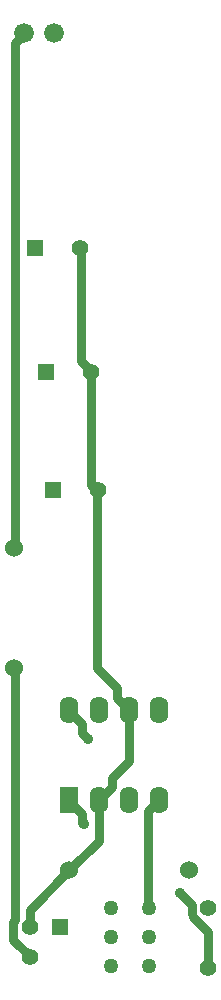
<source format=gtl>
G04 (created by PCBNEW (2013-08-23 BZR 4296)-product) date 11/9/2013 10:48:29 AM*
%MOIN*%
G04 Gerber Fmt 3.4, Leading zero omitted, Abs format*
%FSLAX34Y34*%
G01*
G70*
G90*
G04 APERTURE LIST*
%ADD10C,0.005906*%
%ADD11R,0.055000X0.055000*%
%ADD12C,0.055000*%
%ADD13C,0.066000*%
%ADD14C,0.060000*%
%ADD15R,0.062000X0.090000*%
%ADD16O,0.062000X0.090000*%
%ADD17C,0.050000*%
%ADD18C,0.035000*%
%ADD19C,0.030000*%
G04 APERTURE END LIST*
G54D10*
G54D11*
X50560Y-32970D03*
G54D12*
X52060Y-32970D03*
G54D11*
X50175Y-28840D03*
G54D12*
X51675Y-28840D03*
G54D11*
X50770Y-36925D03*
G54D12*
X52270Y-36925D03*
G54D13*
X49810Y-21680D03*
X50810Y-21680D03*
G54D12*
X55950Y-50840D03*
X55950Y-52840D03*
G54D11*
X51010Y-51465D03*
G54D12*
X50010Y-51465D03*
X50010Y-52465D03*
G54D14*
X49490Y-42845D03*
X49490Y-38845D03*
X51330Y-49565D03*
X55330Y-49565D03*
G54D15*
X51315Y-47250D03*
G54D16*
X52315Y-47250D03*
X53315Y-47250D03*
X54315Y-47250D03*
X54315Y-44250D03*
X53315Y-44250D03*
X52315Y-44250D03*
X51315Y-44250D03*
G54D17*
X53970Y-50830D03*
X53970Y-51810D03*
X53970Y-52790D03*
X52710Y-50830D03*
X52710Y-51810D03*
X52710Y-52790D03*
G54D18*
X51800Y-48050D03*
X55000Y-50350D03*
X51950Y-45200D03*
G54D19*
X51315Y-47250D02*
X51300Y-47250D01*
X51300Y-47250D02*
X51750Y-47700D01*
X51750Y-47700D02*
X51750Y-48000D01*
X51750Y-48000D02*
X51800Y-48050D01*
X55000Y-50350D02*
X55400Y-50750D01*
X55400Y-50750D02*
X55400Y-51050D01*
X55400Y-51050D02*
X55450Y-51100D01*
X55450Y-51100D02*
X55450Y-51150D01*
X55450Y-51150D02*
X55950Y-51650D01*
X55950Y-51650D02*
X55950Y-52840D01*
X49810Y-21680D02*
X49800Y-21700D01*
X49800Y-21700D02*
X49500Y-22000D01*
X49500Y-22000D02*
X49500Y-38850D01*
X49500Y-38850D02*
X49490Y-38845D01*
X53315Y-44250D02*
X53300Y-44250D01*
X53300Y-44250D02*
X52900Y-43850D01*
X52900Y-43850D02*
X52900Y-43500D01*
X52900Y-43500D02*
X52250Y-42850D01*
X52250Y-42850D02*
X52250Y-36950D01*
X52250Y-36950D02*
X52270Y-36925D01*
X51330Y-49565D02*
X51350Y-49550D01*
X51350Y-49550D02*
X50000Y-50900D01*
X50000Y-50900D02*
X50000Y-51450D01*
X50000Y-51450D02*
X50010Y-51465D01*
X52315Y-47250D02*
X52300Y-47250D01*
X52300Y-47250D02*
X52750Y-46800D01*
X52750Y-46800D02*
X52750Y-46500D01*
X52750Y-46500D02*
X53300Y-45950D01*
X53300Y-45950D02*
X53300Y-44250D01*
X53300Y-44250D02*
X53315Y-44250D01*
X51330Y-49565D02*
X51350Y-49550D01*
X51350Y-49550D02*
X52300Y-48600D01*
X52300Y-48600D02*
X52300Y-47250D01*
X52300Y-47250D02*
X52315Y-47250D01*
X52060Y-32970D02*
X52050Y-32950D01*
X52050Y-32950D02*
X51700Y-32600D01*
X51700Y-32600D02*
X51700Y-28850D01*
X51700Y-28850D02*
X51675Y-28840D01*
X52270Y-36925D02*
X52250Y-36950D01*
X52250Y-36950D02*
X52050Y-36750D01*
X52050Y-36750D02*
X52050Y-32950D01*
X52050Y-32950D02*
X52060Y-32970D01*
X50010Y-52465D02*
X50000Y-52450D01*
X50000Y-52450D02*
X49450Y-51900D01*
X49450Y-51900D02*
X49450Y-51300D01*
X49450Y-51300D02*
X49500Y-51250D01*
X49500Y-51250D02*
X49500Y-42850D01*
X49500Y-42850D02*
X49490Y-42845D01*
X51315Y-44250D02*
X51300Y-44250D01*
X51300Y-44250D02*
X51750Y-44700D01*
X51750Y-44700D02*
X51750Y-45000D01*
X51750Y-45000D02*
X51950Y-45200D01*
X54315Y-47250D02*
X54300Y-47250D01*
X54300Y-47250D02*
X53950Y-47600D01*
X53950Y-47600D02*
X53950Y-50850D01*
X53950Y-50850D02*
X53970Y-50830D01*
M02*

</source>
